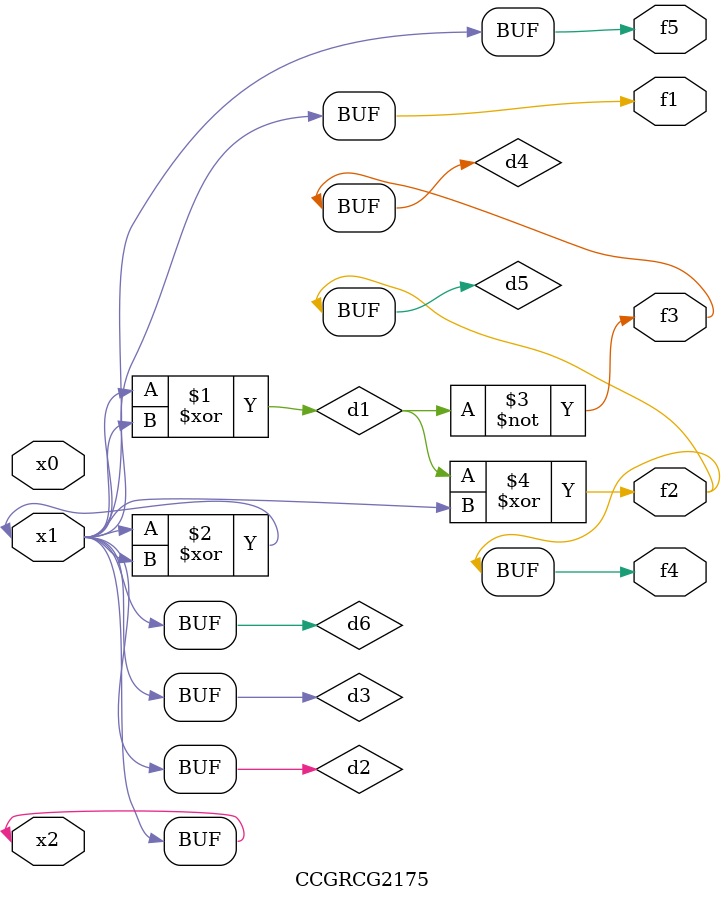
<source format=v>
module CCGRCG2175(
	input x0, x1, x2,
	output f1, f2, f3, f4, f5
);

	wire d1, d2, d3, d4, d5, d6;

	xor (d1, x1, x2);
	buf (d2, x1, x2);
	xor (d3, x1, x2);
	nor (d4, d1);
	xor (d5, d1, d2);
	buf (d6, d2, d3);
	assign f1 = d6;
	assign f2 = d5;
	assign f3 = d4;
	assign f4 = d5;
	assign f5 = d6;
endmodule

</source>
